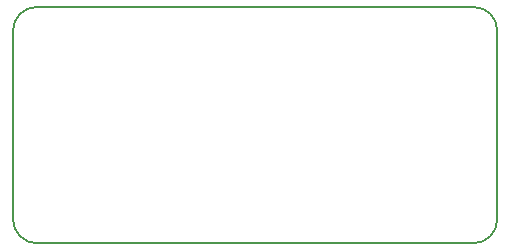
<source format=gbr>
%TF.GenerationSoftware,KiCad,Pcbnew,(5.1.6-0-10_14)*%
%TF.CreationDate,2021-03-14T15:43:45-04:00*%
%TF.ProjectId,F051_ESC,46303531-5f45-4534-932e-6b696361645f,rev?*%
%TF.SameCoordinates,Original*%
%TF.FileFunction,Profile,NP*%
%FSLAX46Y46*%
G04 Gerber Fmt 4.6, Leading zero omitted, Abs format (unit mm)*
G04 Created by KiCad (PCBNEW (5.1.6-0-10_14)) date 2021-03-14 15:43:45*
%MOMM*%
%LPD*%
G01*
G04 APERTURE LIST*
%TA.AperFunction,Profile*%
%ADD10C,0.150000*%
%TD*%
G04 APERTURE END LIST*
D10*
X221000000Y-90000000D02*
G75*
G02*
X219000000Y-88000000I0J2000000D01*
G01*
X219000000Y-72000000D02*
G75*
G02*
X221000000Y-70000000I2000000J0D01*
G01*
X258000000Y-70000000D02*
G75*
G02*
X260000000Y-72000000I0J-2000000D01*
G01*
X260000000Y-88000000D02*
G75*
G02*
X258000000Y-90000000I-2000000J0D01*
G01*
X219000000Y-88000000D02*
X219000000Y-72000000D01*
X258000000Y-90000000D02*
X221000000Y-90000000D01*
X260000000Y-72000000D02*
X260000000Y-88000000D01*
X221000000Y-70000000D02*
X258000000Y-70000000D01*
M02*

</source>
